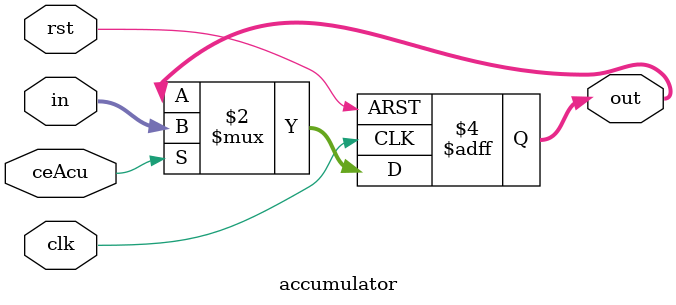
<source format=sv>

module accumulator #(
    parameter int WIDTH = 8
)(
    input [WIDTH-1:0] in,
    input ceAcu,
    input clk,
    input rst,

    output logic [WIDTH-1:0] out
);

always @(posedge clk or posedge rst) begin
    if(rst)
        out <='d0;
    else if(ceAcu)begin
        out <= in;
    end

end



endmodule
</source>
